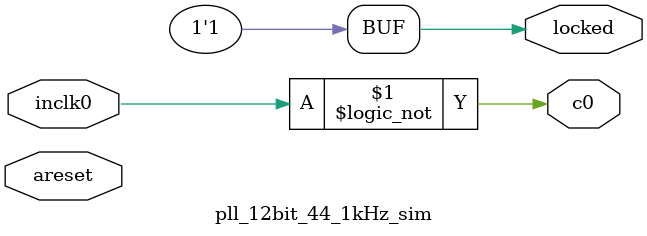
<source format=v>
`timescale 1ps/1ps

module pll_12bit_44_1kHz_sim
	(
		input areset,
		input inclk0,
		output c0,
		output reg locked = 1
	);

	//always @(posedge inclk0 or negedge inclk0)
	//	c0 <= !c0;
	assign c0 = !inclk0;

/*
	always c0 <= inclk0;
	//localparam CLOCK_PERIOD_NS = 0.84700282966705;
	localparam CLOCK_PERIOD_NS = 1;

	always #(CLOCK_PERIOD_NS/2) c0 <= !c0;

	initial
		begin
			c0 = 0;
			locked = 1;
			#(1000000);
			$finish;
		end
*/

endmodule

</source>
